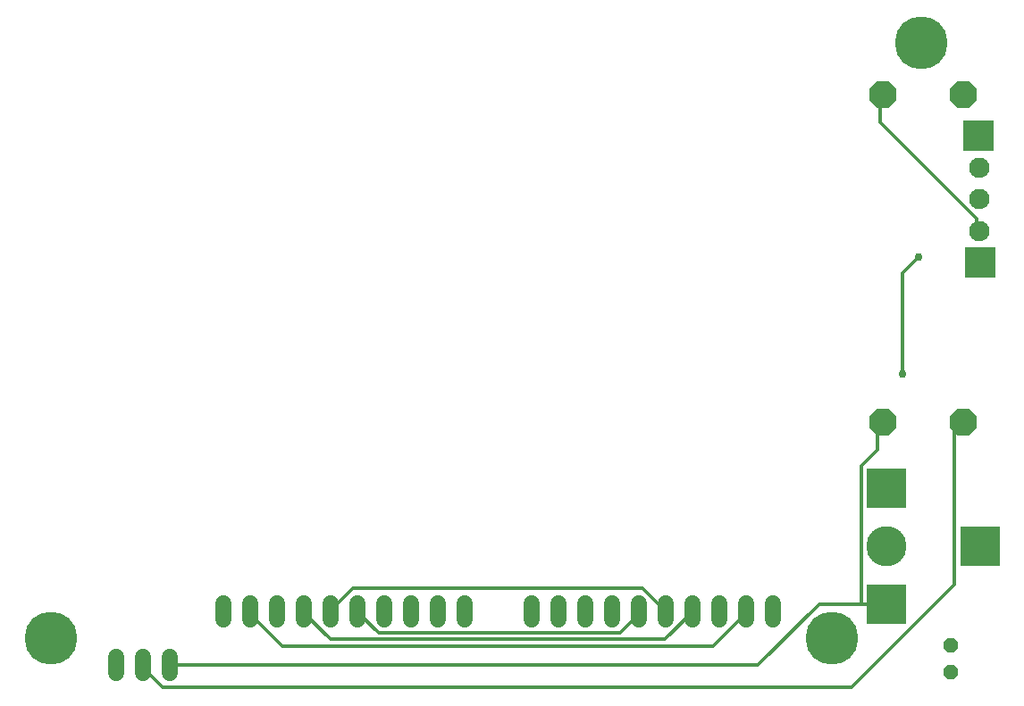
<source format=gbr>
G04 EAGLE Gerber RS-274X export*
G75*
%MOMM*%
%FSLAX34Y34*%
%LPD*%
%AMOC8*
5,1,8,0,0,1.08239X$1,22.5*%
G01*
%ADD10C,1.524000*%
%ADD11P,2.749271X8X22.500000*%
%ADD12P,1.429621X8X112.500000*%
%ADD13C,1.930400*%
%ADD14R,3.000000X3.000000*%
%ADD15C,3.810000*%
%ADD16R,3.810000X3.810000*%
%ADD17C,0.304800*%
%ADD18C,5.000000*%
%ADD19C,0.756400*%


D10*
X203200Y82550D02*
X203200Y97790D01*
X228600Y97790D02*
X228600Y82550D01*
X254000Y82550D02*
X254000Y97790D01*
X279400Y97790D02*
X279400Y82550D01*
X304800Y82550D02*
X304800Y97790D01*
X330200Y97790D02*
X330200Y82550D01*
X355600Y82550D02*
X355600Y97790D01*
X381000Y97790D02*
X381000Y82550D01*
X406400Y82550D02*
X406400Y97790D01*
X431800Y97790D02*
X431800Y82550D01*
X101600Y46990D02*
X101600Y31750D01*
X127000Y31750D02*
X127000Y46990D01*
X152400Y46990D02*
X152400Y31750D01*
D11*
X828040Y581152D03*
X904240Y581152D03*
X828040Y269748D03*
X904240Y269748D03*
D10*
X723900Y97790D02*
X723900Y82550D01*
X698500Y82550D02*
X698500Y97790D01*
X673100Y97790D02*
X673100Y82550D01*
X647700Y82550D02*
X647700Y97790D01*
X622300Y97790D02*
X622300Y82550D01*
X596900Y82550D02*
X596900Y97790D01*
X571500Y97790D02*
X571500Y82550D01*
X546100Y82550D02*
X546100Y97790D01*
X520700Y97790D02*
X520700Y82550D01*
X495300Y82550D02*
X495300Y97790D01*
D12*
X893064Y33020D03*
X893064Y58420D03*
D13*
X919480Y451584D03*
X919480Y511584D03*
X919640Y481584D03*
D14*
X920496Y421584D03*
X918972Y541584D03*
D15*
X831596Y152400D03*
D16*
X831596Y97400D03*
X831596Y207400D03*
X920496Y152400D03*
D17*
X146304Y18288D02*
X128016Y36576D01*
X146304Y18288D02*
X798576Y18288D01*
X896112Y115824D01*
X896112Y262128D01*
X898652Y264668D01*
X128016Y36576D02*
X127000Y39370D01*
X898652Y264668D02*
X904240Y269748D01*
X710184Y39624D02*
X152400Y39624D01*
X710184Y39624D02*
X768096Y97536D01*
X807720Y97536D02*
X829056Y97536D01*
X807720Y97536D02*
X768096Y97536D01*
X152400Y39624D02*
X152400Y39370D01*
X829056Y97536D02*
X831596Y97400D01*
X822960Y243840D02*
X822960Y268224D01*
X822960Y243840D02*
X807720Y228600D01*
X807720Y97536D01*
X822960Y268224D02*
X828040Y269748D01*
D18*
X865000Y630000D03*
X40000Y65000D03*
X780000Y65000D03*
D17*
X259080Y57912D02*
X228600Y88392D01*
X259080Y57912D02*
X667512Y57912D01*
X697992Y88392D01*
X228600Y88392D02*
X228600Y90170D01*
X697992Y88392D02*
X698500Y90170D01*
X326136Y112776D02*
X304800Y91440D01*
X326136Y112776D02*
X600456Y112776D01*
X621792Y91440D01*
X304800Y91440D02*
X304800Y90170D01*
X621792Y91440D02*
X622300Y90170D01*
X304800Y64008D02*
X280416Y88392D01*
X304800Y64008D02*
X621792Y64008D01*
X646176Y88392D01*
X280416Y88392D02*
X279400Y90170D01*
X646176Y88392D02*
X647700Y90170D01*
X350520Y70104D02*
X332232Y88392D01*
X350520Y70104D02*
X579120Y70104D01*
X597408Y88392D01*
X332232Y88392D02*
X330200Y90170D01*
X596900Y90170D02*
X597408Y88392D01*
X847090Y315722D02*
X847090Y411226D01*
D19*
X847090Y315722D03*
X862584Y426720D03*
D17*
X847090Y411226D01*
X917448Y454152D02*
X917448Y463296D01*
X826008Y554736D01*
X826008Y579120D01*
X917448Y454152D02*
X919480Y451584D01*
X826008Y579120D02*
X828040Y581152D01*
M02*

</source>
